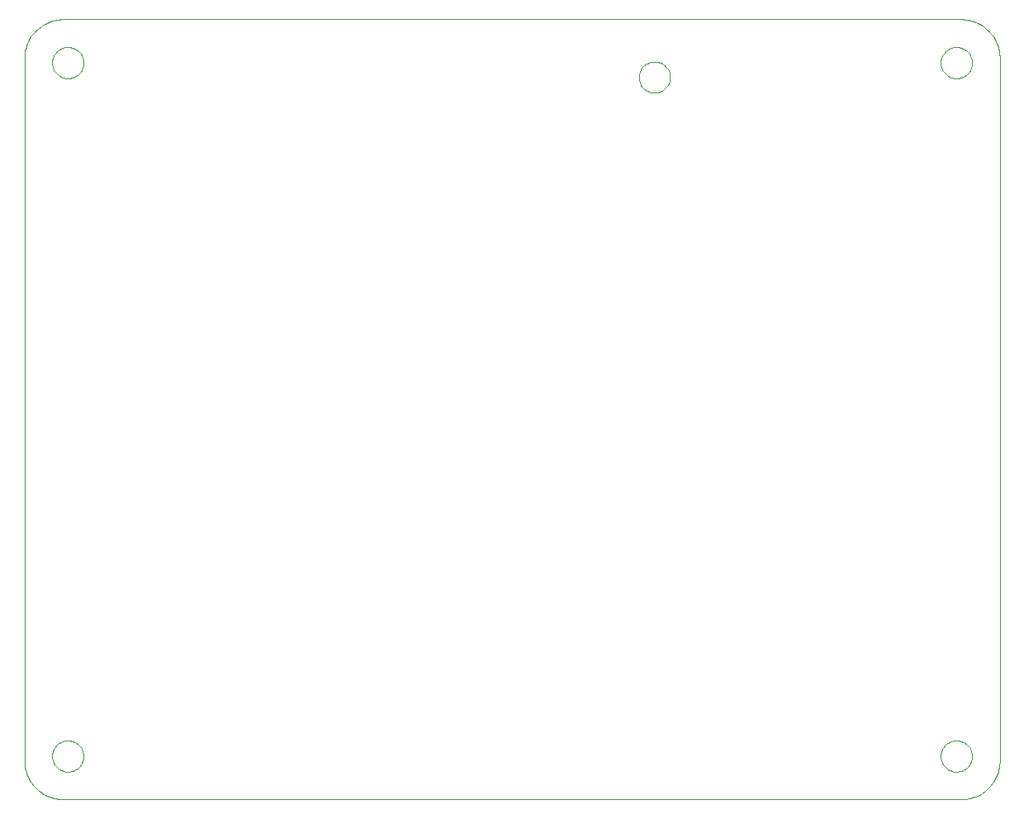
<source format=gbp>
G75*
%MOIN*%
%OFA0B0*%
%FSLAX24Y24*%
%IPPOS*%
%LPD*%
%AMOC8*
5,1,8,0,0,1.08239X$1,22.5*
%
%ADD10C,0.0000*%
D10*
X002390Y008381D02*
X038610Y008381D01*
X038610Y008385D02*
X038687Y008387D01*
X038764Y008393D01*
X038841Y008402D01*
X038917Y008415D01*
X038993Y008432D01*
X039067Y008453D01*
X039141Y008477D01*
X039213Y008505D01*
X039283Y008536D01*
X039352Y008571D01*
X039420Y008609D01*
X039485Y008650D01*
X039548Y008695D01*
X039609Y008743D01*
X039668Y008793D01*
X039724Y008846D01*
X039777Y008902D01*
X039827Y008961D01*
X039875Y009022D01*
X039920Y009085D01*
X039961Y009150D01*
X039999Y009218D01*
X040034Y009287D01*
X040065Y009357D01*
X040093Y009429D01*
X040117Y009503D01*
X040138Y009577D01*
X040155Y009653D01*
X040168Y009729D01*
X040177Y009806D01*
X040183Y009883D01*
X040185Y009960D01*
X040185Y038306D01*
X040183Y038383D01*
X040177Y038460D01*
X040168Y038537D01*
X040155Y038613D01*
X040138Y038689D01*
X040117Y038763D01*
X040093Y038837D01*
X040065Y038909D01*
X040034Y038979D01*
X039999Y039048D01*
X039961Y039116D01*
X039920Y039181D01*
X039875Y039244D01*
X039827Y039305D01*
X039777Y039364D01*
X039724Y039420D01*
X039668Y039473D01*
X039609Y039523D01*
X039548Y039571D01*
X039485Y039616D01*
X039420Y039657D01*
X039352Y039695D01*
X039283Y039730D01*
X039213Y039761D01*
X039141Y039789D01*
X039067Y039813D01*
X038993Y039834D01*
X038917Y039851D01*
X038841Y039864D01*
X038764Y039873D01*
X038687Y039879D01*
X038610Y039881D01*
X002390Y039881D01*
X002313Y039879D01*
X002236Y039873D01*
X002159Y039864D01*
X002083Y039851D01*
X002007Y039834D01*
X001933Y039813D01*
X001859Y039789D01*
X001787Y039761D01*
X001717Y039730D01*
X001648Y039695D01*
X001580Y039657D01*
X001515Y039616D01*
X001452Y039571D01*
X001391Y039523D01*
X001332Y039473D01*
X001276Y039420D01*
X001223Y039364D01*
X001173Y039305D01*
X001125Y039244D01*
X001080Y039181D01*
X001039Y039116D01*
X001001Y039048D01*
X000966Y038979D01*
X000935Y038909D01*
X000907Y038837D01*
X000883Y038763D01*
X000862Y038689D01*
X000845Y038613D01*
X000832Y038537D01*
X000823Y038460D01*
X000817Y038383D01*
X000815Y038306D01*
X000815Y009960D01*
X000817Y009883D01*
X000823Y009806D01*
X000832Y009729D01*
X000845Y009653D01*
X000862Y009577D01*
X000883Y009503D01*
X000907Y009429D01*
X000935Y009357D01*
X000966Y009287D01*
X001001Y009218D01*
X001039Y009150D01*
X001080Y009085D01*
X001125Y009022D01*
X001173Y008961D01*
X001223Y008902D01*
X001276Y008846D01*
X001332Y008793D01*
X001391Y008743D01*
X001452Y008695D01*
X001515Y008650D01*
X001580Y008609D01*
X001648Y008571D01*
X001717Y008536D01*
X001787Y008505D01*
X001859Y008477D01*
X001933Y008453D01*
X002007Y008432D01*
X002083Y008415D01*
X002159Y008402D01*
X002236Y008393D01*
X002313Y008387D01*
X002390Y008385D01*
X001937Y010133D02*
X001939Y010183D01*
X001945Y010233D01*
X001955Y010282D01*
X001969Y010330D01*
X001986Y010377D01*
X002007Y010422D01*
X002032Y010466D01*
X002060Y010507D01*
X002092Y010546D01*
X002126Y010583D01*
X002163Y010617D01*
X002203Y010647D01*
X002245Y010674D01*
X002289Y010698D01*
X002335Y010719D01*
X002382Y010735D01*
X002430Y010748D01*
X002480Y010757D01*
X002529Y010762D01*
X002580Y010763D01*
X002630Y010760D01*
X002679Y010753D01*
X002728Y010742D01*
X002776Y010727D01*
X002822Y010709D01*
X002867Y010687D01*
X002910Y010661D01*
X002951Y010632D01*
X002990Y010600D01*
X003026Y010565D01*
X003058Y010527D01*
X003088Y010487D01*
X003115Y010444D01*
X003138Y010400D01*
X003157Y010354D01*
X003173Y010306D01*
X003185Y010257D01*
X003193Y010208D01*
X003197Y010158D01*
X003197Y010108D01*
X003193Y010058D01*
X003185Y010009D01*
X003173Y009960D01*
X003157Y009912D01*
X003138Y009866D01*
X003115Y009822D01*
X003088Y009779D01*
X003058Y009739D01*
X003026Y009701D01*
X002990Y009666D01*
X002951Y009634D01*
X002910Y009605D01*
X002867Y009579D01*
X002822Y009557D01*
X002776Y009539D01*
X002728Y009524D01*
X002679Y009513D01*
X002630Y009506D01*
X002580Y009503D01*
X002529Y009504D01*
X002480Y009509D01*
X002430Y009518D01*
X002382Y009531D01*
X002335Y009547D01*
X002289Y009568D01*
X002245Y009592D01*
X002203Y009619D01*
X002163Y009649D01*
X002126Y009683D01*
X002092Y009720D01*
X002060Y009759D01*
X002032Y009800D01*
X002007Y009844D01*
X001986Y009889D01*
X001969Y009936D01*
X001955Y009984D01*
X001945Y010033D01*
X001939Y010083D01*
X001937Y010133D01*
X025618Y037544D02*
X025620Y037594D01*
X025626Y037644D01*
X025636Y037693D01*
X025650Y037741D01*
X025667Y037788D01*
X025688Y037833D01*
X025713Y037877D01*
X025741Y037918D01*
X025773Y037957D01*
X025807Y037994D01*
X025844Y038028D01*
X025884Y038058D01*
X025926Y038085D01*
X025970Y038109D01*
X026016Y038130D01*
X026063Y038146D01*
X026111Y038159D01*
X026161Y038168D01*
X026210Y038173D01*
X026261Y038174D01*
X026311Y038171D01*
X026360Y038164D01*
X026409Y038153D01*
X026457Y038138D01*
X026503Y038120D01*
X026548Y038098D01*
X026591Y038072D01*
X026632Y038043D01*
X026671Y038011D01*
X026707Y037976D01*
X026739Y037938D01*
X026769Y037898D01*
X026796Y037855D01*
X026819Y037811D01*
X026838Y037765D01*
X026854Y037717D01*
X026866Y037668D01*
X026874Y037619D01*
X026878Y037569D01*
X026878Y037519D01*
X026874Y037469D01*
X026866Y037420D01*
X026854Y037371D01*
X026838Y037323D01*
X026819Y037277D01*
X026796Y037233D01*
X026769Y037190D01*
X026739Y037150D01*
X026707Y037112D01*
X026671Y037077D01*
X026632Y037045D01*
X026591Y037016D01*
X026548Y036990D01*
X026503Y036968D01*
X026457Y036950D01*
X026409Y036935D01*
X026360Y036924D01*
X026311Y036917D01*
X026261Y036914D01*
X026210Y036915D01*
X026161Y036920D01*
X026111Y036929D01*
X026063Y036942D01*
X026016Y036958D01*
X025970Y036979D01*
X025926Y037003D01*
X025884Y037030D01*
X025844Y037060D01*
X025807Y037094D01*
X025773Y037131D01*
X025741Y037170D01*
X025713Y037211D01*
X025688Y037255D01*
X025667Y037300D01*
X025650Y037347D01*
X025636Y037395D01*
X025626Y037444D01*
X025620Y037494D01*
X025618Y037544D01*
X037803Y038129D02*
X037805Y038179D01*
X037811Y038229D01*
X037821Y038278D01*
X037835Y038326D01*
X037852Y038373D01*
X037873Y038418D01*
X037898Y038462D01*
X037926Y038503D01*
X037958Y038542D01*
X037992Y038579D01*
X038029Y038613D01*
X038069Y038643D01*
X038111Y038670D01*
X038155Y038694D01*
X038201Y038715D01*
X038248Y038731D01*
X038296Y038744D01*
X038346Y038753D01*
X038395Y038758D01*
X038446Y038759D01*
X038496Y038756D01*
X038545Y038749D01*
X038594Y038738D01*
X038642Y038723D01*
X038688Y038705D01*
X038733Y038683D01*
X038776Y038657D01*
X038817Y038628D01*
X038856Y038596D01*
X038892Y038561D01*
X038924Y038523D01*
X038954Y038483D01*
X038981Y038440D01*
X039004Y038396D01*
X039023Y038350D01*
X039039Y038302D01*
X039051Y038253D01*
X039059Y038204D01*
X039063Y038154D01*
X039063Y038104D01*
X039059Y038054D01*
X039051Y038005D01*
X039039Y037956D01*
X039023Y037908D01*
X039004Y037862D01*
X038981Y037818D01*
X038954Y037775D01*
X038924Y037735D01*
X038892Y037697D01*
X038856Y037662D01*
X038817Y037630D01*
X038776Y037601D01*
X038733Y037575D01*
X038688Y037553D01*
X038642Y037535D01*
X038594Y037520D01*
X038545Y037509D01*
X038496Y037502D01*
X038446Y037499D01*
X038395Y037500D01*
X038346Y037505D01*
X038296Y037514D01*
X038248Y037527D01*
X038201Y037543D01*
X038155Y037564D01*
X038111Y037588D01*
X038069Y037615D01*
X038029Y037645D01*
X037992Y037679D01*
X037958Y037716D01*
X037926Y037755D01*
X037898Y037796D01*
X037873Y037840D01*
X037852Y037885D01*
X037835Y037932D01*
X037821Y037980D01*
X037811Y038029D01*
X037805Y038079D01*
X037803Y038129D01*
X037803Y010133D02*
X037805Y010183D01*
X037811Y010233D01*
X037821Y010282D01*
X037835Y010330D01*
X037852Y010377D01*
X037873Y010422D01*
X037898Y010466D01*
X037926Y010507D01*
X037958Y010546D01*
X037992Y010583D01*
X038029Y010617D01*
X038069Y010647D01*
X038111Y010674D01*
X038155Y010698D01*
X038201Y010719D01*
X038248Y010735D01*
X038296Y010748D01*
X038346Y010757D01*
X038395Y010762D01*
X038446Y010763D01*
X038496Y010760D01*
X038545Y010753D01*
X038594Y010742D01*
X038642Y010727D01*
X038688Y010709D01*
X038733Y010687D01*
X038776Y010661D01*
X038817Y010632D01*
X038856Y010600D01*
X038892Y010565D01*
X038924Y010527D01*
X038954Y010487D01*
X038981Y010444D01*
X039004Y010400D01*
X039023Y010354D01*
X039039Y010306D01*
X039051Y010257D01*
X039059Y010208D01*
X039063Y010158D01*
X039063Y010108D01*
X039059Y010058D01*
X039051Y010009D01*
X039039Y009960D01*
X039023Y009912D01*
X039004Y009866D01*
X038981Y009822D01*
X038954Y009779D01*
X038924Y009739D01*
X038892Y009701D01*
X038856Y009666D01*
X038817Y009634D01*
X038776Y009605D01*
X038733Y009579D01*
X038688Y009557D01*
X038642Y009539D01*
X038594Y009524D01*
X038545Y009513D01*
X038496Y009506D01*
X038446Y009503D01*
X038395Y009504D01*
X038346Y009509D01*
X038296Y009518D01*
X038248Y009531D01*
X038201Y009547D01*
X038155Y009568D01*
X038111Y009592D01*
X038069Y009619D01*
X038029Y009649D01*
X037992Y009683D01*
X037958Y009720D01*
X037926Y009759D01*
X037898Y009800D01*
X037873Y009844D01*
X037852Y009889D01*
X037835Y009936D01*
X037821Y009984D01*
X037811Y010033D01*
X037805Y010083D01*
X037803Y010133D01*
X001937Y038129D02*
X001939Y038179D01*
X001945Y038229D01*
X001955Y038278D01*
X001969Y038326D01*
X001986Y038373D01*
X002007Y038418D01*
X002032Y038462D01*
X002060Y038503D01*
X002092Y038542D01*
X002126Y038579D01*
X002163Y038613D01*
X002203Y038643D01*
X002245Y038670D01*
X002289Y038694D01*
X002335Y038715D01*
X002382Y038731D01*
X002430Y038744D01*
X002480Y038753D01*
X002529Y038758D01*
X002580Y038759D01*
X002630Y038756D01*
X002679Y038749D01*
X002728Y038738D01*
X002776Y038723D01*
X002822Y038705D01*
X002867Y038683D01*
X002910Y038657D01*
X002951Y038628D01*
X002990Y038596D01*
X003026Y038561D01*
X003058Y038523D01*
X003088Y038483D01*
X003115Y038440D01*
X003138Y038396D01*
X003157Y038350D01*
X003173Y038302D01*
X003185Y038253D01*
X003193Y038204D01*
X003197Y038154D01*
X003197Y038104D01*
X003193Y038054D01*
X003185Y038005D01*
X003173Y037956D01*
X003157Y037908D01*
X003138Y037862D01*
X003115Y037818D01*
X003088Y037775D01*
X003058Y037735D01*
X003026Y037697D01*
X002990Y037662D01*
X002951Y037630D01*
X002910Y037601D01*
X002867Y037575D01*
X002822Y037553D01*
X002776Y037535D01*
X002728Y037520D01*
X002679Y037509D01*
X002630Y037502D01*
X002580Y037499D01*
X002529Y037500D01*
X002480Y037505D01*
X002430Y037514D01*
X002382Y037527D01*
X002335Y037543D01*
X002289Y037564D01*
X002245Y037588D01*
X002203Y037615D01*
X002163Y037645D01*
X002126Y037679D01*
X002092Y037716D01*
X002060Y037755D01*
X002032Y037796D01*
X002007Y037840D01*
X001986Y037885D01*
X001969Y037932D01*
X001955Y037980D01*
X001945Y038029D01*
X001939Y038079D01*
X001937Y038129D01*
M02*

</source>
